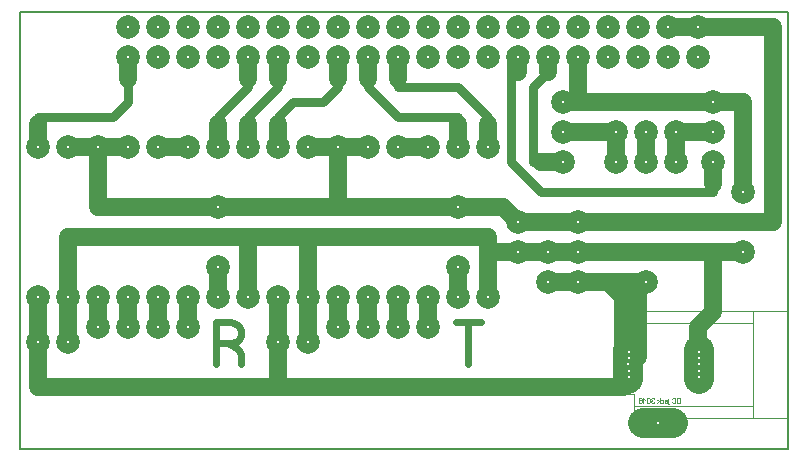
<source format=gbr>
%FSLAX32Y32*%
%MOMM*%
%LNKUPFERSEITE2*%
G71*
G01*
%ADD10C, 0.20*%
%ADD11C, 2.00*%
%ADD12C, 1.50*%
%ADD13C, 0.75*%
%ADD14C, 2.50*%
%ADD15C, 0.00*%
%ADD16C, 0.06*%
%ADD17C, 0.80*%
%ADD18C, 0.63*%
%ADD19C, 0.30*%
%LPD*%
G54D10*
X6500Y0D02*
X0Y0D01*
X0Y3700D01*
X6500Y3700D01*
X6500Y0D01*
X5738Y3573D02*
G54D11*
D03*
X5484Y3573D02*
G54D11*
D03*
X5230Y3573D02*
G54D11*
D03*
X4976Y3573D02*
G54D11*
D03*
X4722Y3573D02*
G54D11*
D03*
X4468Y3573D02*
G54D11*
D03*
X4214Y3573D02*
G54D11*
D03*
X3960Y3573D02*
G54D11*
D03*
X3706Y3573D02*
G54D11*
D03*
X3452Y3573D02*
G54D11*
D03*
X3198Y3573D02*
G54D11*
D03*
X2944Y3573D02*
G54D11*
D03*
X2690Y3573D02*
G54D11*
D03*
X2436Y3573D02*
G54D11*
D03*
X2182Y3573D02*
G54D11*
D03*
X1928Y3573D02*
G54D11*
D03*
X1674Y3573D02*
G54D11*
D03*
X1420Y3573D02*
G54D11*
D03*
X1166Y3573D02*
G54D11*
D03*
X912Y3573D02*
G54D11*
D03*
X5738Y3319D02*
G54D11*
D03*
X5484Y3319D02*
G54D11*
D03*
X5230Y3319D02*
G54D11*
D03*
X4976Y3319D02*
G54D11*
D03*
X4722Y3319D02*
G54D11*
D03*
X4468Y3319D02*
G54D11*
D03*
X4214Y3319D02*
G54D11*
D03*
X3960Y3319D02*
G54D11*
D03*
X3706Y3319D02*
G54D11*
D03*
X3452Y3319D02*
G54D11*
D03*
X3198Y3319D02*
G54D11*
D03*
X2944Y3319D02*
G54D11*
D03*
X2690Y3319D02*
G54D11*
D03*
X2436Y3319D02*
G54D11*
D03*
X2182Y3319D02*
G54D11*
D03*
X1928Y3319D02*
G54D11*
D03*
X1674Y3319D02*
G54D11*
D03*
X1420Y3319D02*
G54D11*
D03*
X1166Y3319D02*
G54D11*
D03*
X912Y3319D02*
G54D11*
D03*
X150Y2557D02*
G54D11*
D03*
X150Y1287D02*
G54D11*
D03*
X404Y2557D02*
G54D11*
D03*
X658Y2557D02*
G54D11*
D03*
X912Y2557D02*
G54D11*
D03*
X1166Y2557D02*
G54D11*
D03*
X1420Y2557D02*
G54D11*
D03*
X1674Y2557D02*
G54D11*
D03*
X1928Y2557D02*
G54D11*
D03*
X404Y1287D02*
G54D11*
D03*
X658Y1287D02*
G54D11*
D03*
X912Y1287D02*
G54D11*
D03*
X1166Y1287D02*
G54D11*
D03*
X1420Y1287D02*
G54D11*
D03*
X1674Y1287D02*
G54D11*
D03*
X1928Y1287D02*
G54D11*
D03*
X658Y1033D02*
G54D11*
D03*
X1420Y1033D02*
G54D11*
D03*
X1166Y1033D02*
G54D11*
D03*
X912Y1033D02*
G54D11*
D03*
G54D12*
X658Y1287D02*
X658Y1033D01*
G54D12*
X1420Y1287D02*
X1420Y1033D01*
G54D12*
X1166Y1287D02*
X1166Y1033D01*
G54D12*
X912Y1287D02*
X912Y1033D01*
X2436Y2557D02*
G54D11*
D03*
X2690Y2557D02*
G54D11*
D03*
X2944Y2557D02*
G54D11*
D03*
X3198Y2557D02*
G54D11*
D03*
X3452Y2557D02*
G54D11*
D03*
X3706Y2557D02*
G54D11*
D03*
X3960Y2557D02*
G54D11*
D03*
X2182Y2557D02*
G54D11*
D03*
X2436Y1287D02*
G54D11*
D03*
X2944Y1287D02*
G54D11*
D03*
X3198Y1287D02*
G54D11*
D03*
X3452Y1287D02*
G54D11*
D03*
X3706Y1287D02*
G54D11*
D03*
X3960Y1287D02*
G54D11*
D03*
X2690Y1287D02*
G54D11*
D03*
X2182Y1287D02*
G54D11*
D03*
X2690Y1033D02*
G54D11*
D03*
X2944Y1033D02*
G54D11*
D03*
X3452Y1033D02*
G54D11*
D03*
X3198Y1033D02*
G54D11*
D03*
G54D12*
X2690Y1287D02*
X2690Y1033D01*
G54D12*
X3452Y1287D02*
X3452Y1033D01*
G54D12*
X2944Y1287D02*
X2944Y1033D01*
G54D12*
X3198Y1287D02*
X3198Y1033D01*
G54D13*
X2944Y3319D02*
X2944Y3065D01*
X3198Y2811D01*
X3579Y2811D01*
X3706Y2811D01*
X3706Y2557D01*
G54D13*
X3198Y3319D02*
X3198Y3065D01*
X3325Y3065D01*
X3706Y3065D01*
X3960Y2811D01*
X3960Y2557D01*
G54D14*
X5747Y590D02*
X5747Y840D01*
G54D14*
X5147Y590D02*
X5147Y840D01*
G54D15*
X5199Y464D02*
X5099Y464D01*
X5099Y964D01*
X5199Y964D01*
G54D15*
X5199Y964D02*
X5199Y1164D01*
G54D15*
X5199Y464D02*
X5199Y264D01*
G54D15*
X5199Y1164D02*
X6499Y1164D01*
X6499Y264D01*
X5199Y264D01*
G54D15*
X6199Y1164D02*
X6199Y264D01*
G54D15*
X5199Y1064D02*
X6199Y1064D01*
G54D15*
X5199Y364D02*
X6199Y364D01*
G54D14*
X5271Y218D02*
X5521Y218D01*
G54D16*
X5584Y390D02*
X5584Y434D01*
X5567Y434D01*
X5561Y431D01*
X5557Y426D01*
X5557Y398D01*
X5561Y392D01*
X5567Y390D01*
X5584Y390D01*
G54D16*
X5518Y398D02*
X5522Y392D01*
X5528Y390D01*
X5535Y390D01*
X5542Y392D01*
X5545Y398D01*
X5545Y426D01*
X5542Y431D01*
X5535Y434D01*
X5528Y434D01*
X5522Y431D01*
X5518Y426D01*
G54D16*
X5486Y423D02*
X5486Y423D01*
G54D16*
X5493Y378D02*
X5490Y378D01*
X5486Y383D01*
X5486Y414D01*
G54D16*
X5474Y412D02*
X5467Y414D01*
X5459Y414D01*
X5454Y409D01*
X5454Y390D01*
G54D16*
X5454Y398D02*
X5457Y403D01*
X5464Y404D01*
X5471Y403D01*
X5474Y398D01*
X5473Y392D01*
X5467Y390D01*
X5464Y390D01*
X5463Y390D01*
X5457Y392D01*
X5454Y398D01*
G54D16*
X5425Y413D02*
X5432Y414D01*
X5439Y413D01*
X5442Y407D01*
X5442Y396D01*
X5439Y391D01*
X5432Y390D01*
X5425Y391D01*
G54D16*
X5413Y390D02*
X5413Y434D01*
G54D16*
X5403Y406D02*
X5393Y390D01*
G54D16*
X5413Y401D02*
X5393Y414D01*
G54D16*
X5368Y426D02*
X5365Y431D01*
X5358Y434D01*
X5351Y434D01*
X5345Y431D01*
X5341Y426D01*
X5341Y420D01*
X5345Y414D01*
X5351Y412D01*
X5345Y409D01*
X5341Y403D01*
X5341Y398D01*
X5345Y392D01*
X5351Y390D01*
X5358Y390D01*
X5365Y392D01*
X5368Y398D01*
G54D16*
X5302Y426D02*
X5302Y398D01*
X5306Y392D01*
X5312Y390D01*
X5319Y390D01*
X5326Y392D01*
X5329Y398D01*
X5329Y426D01*
X5326Y431D01*
X5319Y434D01*
X5312Y434D01*
X5306Y431D01*
X5302Y426D01*
G54D16*
X5290Y417D02*
X5273Y434D01*
X5273Y390D01*
G54D16*
X5234Y426D02*
X5238Y431D01*
X5244Y434D01*
X5251Y434D01*
X5258Y431D01*
X5261Y426D01*
X5261Y412D01*
X5261Y409D01*
X5251Y414D01*
X5244Y414D01*
X5238Y412D01*
X5234Y406D01*
X5234Y398D01*
X5238Y392D01*
X5244Y390D01*
X5251Y390D01*
X5258Y392D01*
X5261Y398D01*
X5261Y412D01*
G54D15*
X5724Y846D02*
X5724Y586D01*
X5764Y586D01*
X5764Y846D01*
X5724Y846D01*
G54D15*
X5129Y846D02*
X5129Y586D01*
X5169Y586D01*
X5169Y846D01*
X5129Y846D01*
X5150Y820D02*
G54D17*
D03*
X5150Y770D02*
G54D17*
D03*
X5150Y610D02*
G54D17*
D03*
X5150Y660D02*
G54D17*
D03*
X5745Y820D02*
G54D17*
D03*
X5745Y770D02*
G54D17*
D03*
X5745Y610D02*
G54D17*
D03*
X5745Y660D02*
G54D17*
D03*
G54D16*
X5071Y705D02*
X5044Y705D01*
G54D16*
X5058Y716D02*
X5058Y694D01*
G54D16*
X5681Y719D02*
X5654Y719D01*
G54D12*
X2182Y1287D02*
X2182Y525D01*
X5103Y525D01*
X5103Y1160D01*
G54D12*
X150Y1287D02*
X150Y525D01*
X2563Y525D01*
X4722Y1414D02*
G54D11*
D03*
X4722Y1668D02*
G54D11*
D03*
X4722Y1922D02*
G54D11*
D03*
G54D12*
X5865Y1160D02*
X5738Y1033D01*
G54D12*
X5865Y1160D02*
X5865Y1668D01*
X4849Y1668D01*
G54D12*
X5484Y3573D02*
X6373Y3573D01*
X6373Y1922D01*
X4849Y1922D01*
G54D12*
X3960Y1795D02*
X3960Y1795D01*
X3960Y1287D01*
X3960Y1795D01*
X2436Y1795D01*
X2436Y906D01*
X2436Y1795D01*
X1928Y1795D01*
X1928Y1287D01*
X1928Y1541D01*
X1928Y1795D01*
X404Y1795D01*
X404Y906D01*
X3706Y1541D02*
G54D11*
D03*
X1674Y1541D02*
G54D11*
D03*
X3706Y2049D02*
G54D11*
D03*
X1674Y2049D02*
G54D11*
D03*
G54D12*
X3706Y1541D02*
X3706Y1287D01*
G54D12*
X1674Y1541D02*
X1674Y1287D01*
G54D12*
X1928Y2049D02*
X3706Y2049D01*
X4595Y2938D02*
G54D11*
D03*
X6119Y2176D02*
G54D11*
D03*
X6119Y1668D02*
G54D11*
D03*
G54D12*
X5865Y1668D02*
X6119Y1668D01*
G54D12*
X6119Y2176D02*
X6119Y2938D01*
X4722Y2938D01*
X4722Y3319D01*
G54D12*
X3452Y2557D02*
X3198Y2557D01*
G54D12*
X2944Y2557D02*
X2436Y2557D01*
G54D12*
X1420Y2557D02*
X1166Y2557D01*
G54D12*
X912Y2557D02*
X404Y2557D01*
G54D12*
X2690Y2557D02*
X2690Y2049D01*
G54D12*
X658Y2557D02*
X658Y2049D01*
X1928Y2049D01*
X5865Y2938D02*
G54D11*
D03*
X5865Y2684D02*
G54D11*
D03*
X5865Y2430D02*
G54D11*
D03*
X5548Y2684D02*
G54D11*
D03*
X5294Y2684D02*
G54D11*
D03*
X5040Y2684D02*
G54D11*
D03*
X4595Y2684D02*
G54D11*
D03*
X4595Y2430D02*
G54D11*
D03*
G54D12*
X5865Y2684D02*
X5611Y2684D01*
X5548Y2684D01*
G54D12*
X4595Y2684D02*
X5040Y2684D01*
X5294Y2430D02*
G54D11*
D03*
X5294Y1414D02*
G54D11*
D03*
G54D12*
X5294Y2684D02*
X5294Y2430D01*
G54D12*
X5230Y1414D02*
X5230Y779D01*
G54D13*
X912Y3319D02*
X912Y2938D01*
X785Y2811D01*
X277Y2811D01*
X150Y2811D01*
X150Y2557D01*
G54D13*
X1928Y3319D02*
X1928Y3065D01*
X1674Y2811D01*
X1674Y2557D01*
G54D13*
X2182Y3319D02*
X2182Y3065D01*
X1928Y2811D01*
X1928Y2557D01*
G54D13*
X2690Y3319D02*
X2690Y3065D01*
X2563Y2938D01*
X2309Y2938D01*
X2182Y2811D01*
X2182Y2557D01*
X150Y906D02*
G54D11*
D03*
X404Y906D02*
G54D11*
D03*
X2182Y906D02*
G54D11*
D03*
X2436Y906D02*
G54D11*
D03*
G54D12*
X5865Y2430D02*
X5865Y2240D01*
G54D12*
X4595Y2430D02*
X4404Y2430D01*
G54D12*
X3960Y2557D02*
X3960Y2748D01*
G54D12*
X3706Y2557D02*
X3706Y2748D01*
G54D12*
X3198Y3319D02*
X3198Y3128D01*
G54D12*
X2944Y3319D02*
X2944Y3128D01*
G54D12*
X2690Y3319D02*
X2690Y3128D01*
G54D12*
X2182Y3319D02*
X2182Y3128D01*
G54D12*
X1928Y3319D02*
X1928Y3128D01*
G54D12*
X912Y3319D02*
X912Y3128D01*
G54D12*
X2182Y2557D02*
X2182Y2748D01*
G54D12*
X1928Y2557D02*
X1928Y2748D01*
G54D12*
X1674Y2557D02*
X1674Y2748D01*
G54D12*
X150Y2557D02*
X150Y2748D01*
G54D13*
X4468Y3192D02*
X4341Y3065D01*
X4341Y2557D01*
X4341Y2430D01*
X4595Y2430D01*
X4595Y2430D01*
G54D12*
X4595Y2938D02*
X4722Y2938D01*
G54D13*
X4214Y3319D02*
X4214Y3256D01*
X4150Y3192D01*
X4150Y2430D01*
X4404Y2176D01*
X5865Y2176D01*
X5865Y2430D01*
G54D12*
X4468Y1414D02*
X5230Y1414D01*
X5103Y1414D01*
X5103Y1033D01*
G54D12*
X4976Y1414D02*
X5103Y1287D01*
G54D12*
X5103Y779D02*
X5230Y779D01*
G54D13*
X4150Y3128D02*
X4150Y3319D01*
X5548Y2430D02*
G54D11*
D03*
X5040Y2430D02*
G54D11*
D03*
G54D12*
X5040Y2684D02*
X5040Y2430D01*
G54D12*
X5548Y2684D02*
X5548Y2430D01*
G54D12*
X5738Y1033D02*
X5738Y906D01*
X4214Y1668D02*
G54D11*
D03*
X4468Y1668D02*
G54D11*
D03*
X4468Y1414D02*
G54D11*
D03*
X4214Y1922D02*
G54D11*
D03*
G54D12*
X4849Y1668D02*
X3960Y1668D01*
G54D12*
X4849Y1922D02*
X4214Y1922D01*
X4087Y2049D01*
X3706Y2049D01*
G54D12*
X4468Y3192D02*
X4468Y3319D01*
G54D12*
X4214Y3319D02*
X4214Y3192D01*
G54D18*
X1760Y892D02*
X1840Y847D01*
X1866Y803D01*
X1866Y714D01*
G54D18*
X1653Y714D02*
X1653Y1070D01*
X1786Y1070D01*
X1840Y1047D01*
X1866Y1003D01*
X1866Y958D01*
X1840Y914D01*
X1786Y892D01*
X1653Y892D01*
G54D18*
X3792Y714D02*
X3792Y1070D01*
G54D18*
X3685Y1070D02*
X3898Y1070D01*
%LNAUGENFREISTANZEN*%
%LPC*%
X5738Y3573D02*
G54D19*
D03*
X5484Y3573D02*
G54D19*
D03*
X5230Y3573D02*
G54D19*
D03*
X4976Y3573D02*
G54D19*
D03*
X4722Y3573D02*
G54D19*
D03*
X4468Y3573D02*
G54D19*
D03*
X4214Y3573D02*
G54D19*
D03*
X3960Y3573D02*
G54D19*
D03*
X3706Y3573D02*
G54D19*
D03*
X3452Y3573D02*
G54D19*
D03*
X3198Y3573D02*
G54D19*
D03*
X2944Y3573D02*
G54D19*
D03*
X2690Y3573D02*
G54D19*
D03*
X2436Y3573D02*
G54D19*
D03*
X2182Y3573D02*
G54D19*
D03*
X1928Y3573D02*
G54D19*
D03*
X1674Y3573D02*
G54D19*
D03*
X1420Y3573D02*
G54D19*
D03*
X1166Y3573D02*
G54D19*
D03*
X912Y3573D02*
G54D19*
D03*
X5738Y3319D02*
G54D19*
D03*
X5484Y3319D02*
G54D19*
D03*
X5230Y3319D02*
G54D19*
D03*
X4976Y3319D02*
G54D19*
D03*
X4722Y3319D02*
G54D19*
D03*
X4468Y3319D02*
G54D19*
D03*
X4214Y3319D02*
G54D19*
D03*
X3960Y3319D02*
G54D19*
D03*
X3706Y3319D02*
G54D19*
D03*
X3452Y3319D02*
G54D19*
D03*
X3198Y3319D02*
G54D19*
D03*
X2944Y3319D02*
G54D19*
D03*
X2690Y3319D02*
G54D19*
D03*
X2436Y3319D02*
G54D19*
D03*
X2182Y3319D02*
G54D19*
D03*
X1928Y3319D02*
G54D19*
D03*
X1674Y3319D02*
G54D19*
D03*
X1420Y3319D02*
G54D19*
D03*
X1166Y3319D02*
G54D19*
D03*
X912Y3319D02*
G54D19*
D03*
X150Y2557D02*
G54D19*
D03*
X150Y1287D02*
G54D19*
D03*
X404Y2557D02*
G54D19*
D03*
X658Y2557D02*
G54D19*
D03*
X912Y2557D02*
G54D19*
D03*
X1166Y2557D02*
G54D19*
D03*
X1420Y2557D02*
G54D19*
D03*
X1674Y2557D02*
G54D19*
D03*
X1928Y2557D02*
G54D19*
D03*
X404Y1287D02*
G54D19*
D03*
X658Y1287D02*
G54D19*
D03*
X912Y1287D02*
G54D19*
D03*
X1166Y1287D02*
G54D19*
D03*
X1420Y1287D02*
G54D19*
D03*
X1674Y1287D02*
G54D19*
D03*
X1928Y1287D02*
G54D19*
D03*
X658Y1033D02*
G54D19*
D03*
X1420Y1033D02*
G54D19*
D03*
X1166Y1033D02*
G54D19*
D03*
X912Y1033D02*
G54D19*
D03*
X2436Y2557D02*
G54D19*
D03*
X2690Y2557D02*
G54D19*
D03*
X2944Y2557D02*
G54D19*
D03*
X3198Y2557D02*
G54D19*
D03*
X3452Y2557D02*
G54D19*
D03*
X3706Y2557D02*
G54D19*
D03*
X3960Y2557D02*
G54D19*
D03*
X2182Y2557D02*
G54D19*
D03*
X2436Y1287D02*
G54D19*
D03*
X2944Y1287D02*
G54D19*
D03*
X3198Y1287D02*
G54D19*
D03*
X3452Y1287D02*
G54D19*
D03*
X3706Y1287D02*
G54D19*
D03*
X3960Y1287D02*
G54D19*
D03*
X2690Y1287D02*
G54D19*
D03*
X2182Y1287D02*
G54D19*
D03*
X2690Y1033D02*
G54D19*
D03*
X2944Y1033D02*
G54D19*
D03*
X3452Y1033D02*
G54D19*
D03*
X3198Y1033D02*
G54D19*
D03*
X5747Y716D02*
G54D19*
D03*
X5147Y716D02*
G54D19*
D03*
X5396Y218D02*
G54D19*
D03*
X5150Y820D02*
G54D19*
D03*
X5150Y770D02*
G54D19*
D03*
X5150Y610D02*
G54D19*
D03*
X5150Y660D02*
G54D19*
D03*
X5745Y820D02*
G54D19*
D03*
X5745Y770D02*
G54D19*
D03*
X5745Y610D02*
G54D19*
D03*
X5745Y660D02*
G54D19*
D03*
X4722Y1414D02*
G54D19*
D03*
X4722Y1668D02*
G54D19*
D03*
X4722Y1922D02*
G54D19*
D03*
X3706Y1541D02*
G54D19*
D03*
X1674Y1541D02*
G54D19*
D03*
X3706Y2049D02*
G54D19*
D03*
X1674Y2049D02*
G54D19*
D03*
X4595Y2938D02*
G54D19*
D03*
X6119Y2176D02*
G54D19*
D03*
X6119Y1668D02*
G54D19*
D03*
X5865Y2938D02*
G54D19*
D03*
X5865Y2684D02*
G54D19*
D03*
X5865Y2430D02*
G54D19*
D03*
X5548Y2684D02*
G54D19*
D03*
X5294Y2684D02*
G54D19*
D03*
X5040Y2684D02*
G54D19*
D03*
X4595Y2684D02*
G54D19*
D03*
X4595Y2430D02*
G54D19*
D03*
X5294Y2430D02*
G54D19*
D03*
X5294Y1414D02*
G54D19*
D03*
X150Y906D02*
G54D19*
D03*
X404Y906D02*
G54D19*
D03*
X2182Y906D02*
G54D19*
D03*
X2436Y906D02*
G54D19*
D03*
X5548Y2430D02*
G54D19*
D03*
X5040Y2430D02*
G54D19*
D03*
X4214Y1668D02*
G54D19*
D03*
X4468Y1668D02*
G54D19*
D03*
X4468Y1414D02*
G54D19*
D03*
X4214Y1922D02*
G54D19*
D03*
M02*

</source>
